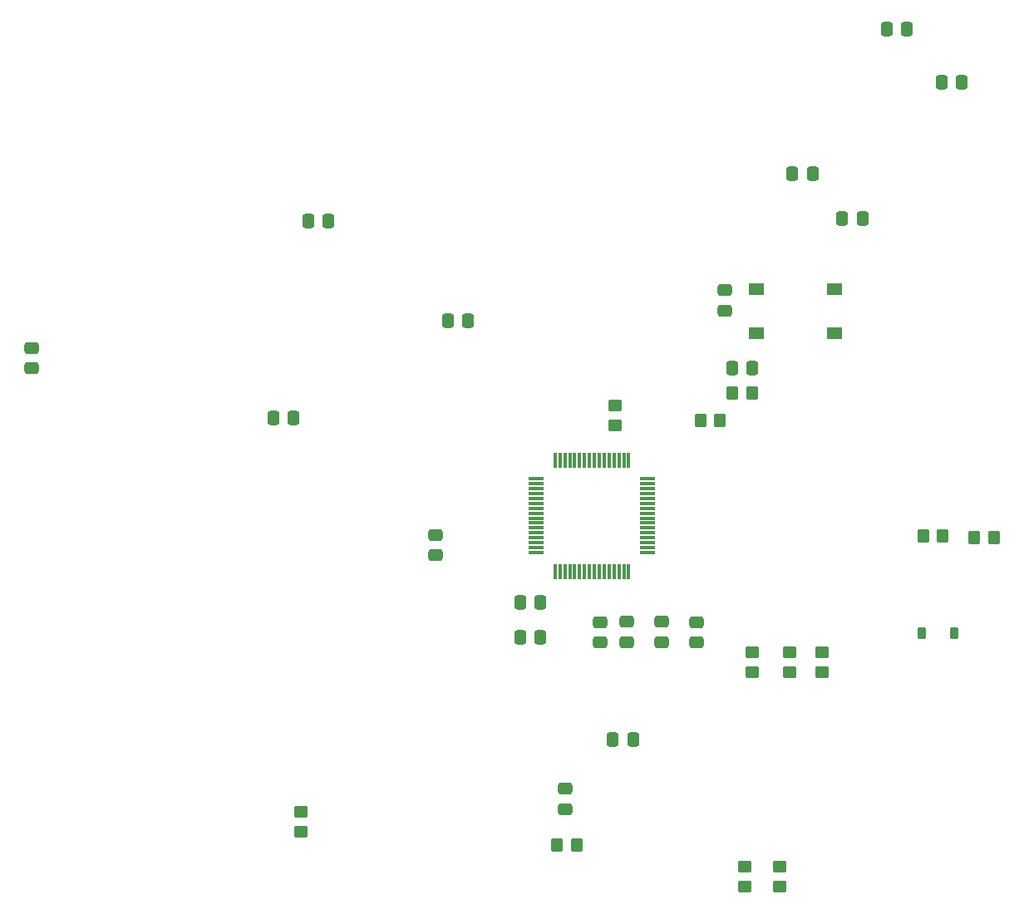
<source format=gbr>
%TF.GenerationSoftware,KiCad,Pcbnew,8.0.8*%
%TF.CreationDate,2025-03-31T18:54:26-05:00*%
%TF.ProjectId,Senior_Design_PCB_ethanl7_nrkim2,53656e69-6f72-45f4-9465-7369676e5f50,rev?*%
%TF.SameCoordinates,Original*%
%TF.FileFunction,Paste,Top*%
%TF.FilePolarity,Positive*%
%FSLAX46Y46*%
G04 Gerber Fmt 4.6, Leading zero omitted, Abs format (unit mm)*
G04 Created by KiCad (PCBNEW 8.0.8) date 2025-03-31 18:54:26*
%MOMM*%
%LPD*%
G01*
G04 APERTURE LIST*
G04 Aperture macros list*
%AMRoundRect*
0 Rectangle with rounded corners*
0 $1 Rounding radius*
0 $2 $3 $4 $5 $6 $7 $8 $9 X,Y pos of 4 corners*
0 Add a 4 corners polygon primitive as box body*
4,1,4,$2,$3,$4,$5,$6,$7,$8,$9,$2,$3,0*
0 Add four circle primitives for the rounded corners*
1,1,$1+$1,$2,$3*
1,1,$1+$1,$4,$5*
1,1,$1+$1,$6,$7*
1,1,$1+$1,$8,$9*
0 Add four rect primitives between the rounded corners*
20,1,$1+$1,$2,$3,$4,$5,0*
20,1,$1+$1,$4,$5,$6,$7,0*
20,1,$1+$1,$6,$7,$8,$9,0*
20,1,$1+$1,$8,$9,$2,$3,0*%
G04 Aperture macros list end*
%ADD10RoundRect,0.250000X0.337500X0.475000X-0.337500X0.475000X-0.337500X-0.475000X0.337500X-0.475000X0*%
%ADD11RoundRect,0.250000X-0.450000X0.350000X-0.450000X-0.350000X0.450000X-0.350000X0.450000X0.350000X0*%
%ADD12RoundRect,0.225000X0.225000X0.375000X-0.225000X0.375000X-0.225000X-0.375000X0.225000X-0.375000X0*%
%ADD13RoundRect,0.250000X-0.337500X-0.475000X0.337500X-0.475000X0.337500X0.475000X-0.337500X0.475000X0*%
%ADD14RoundRect,0.250000X-0.475000X0.337500X-0.475000X-0.337500X0.475000X-0.337500X0.475000X0.337500X0*%
%ADD15RoundRect,0.250000X0.350000X0.450000X-0.350000X0.450000X-0.350000X-0.450000X0.350000X-0.450000X0*%
%ADD16RoundRect,0.250000X-0.350000X-0.450000X0.350000X-0.450000X0.350000X0.450000X-0.350000X0.450000X0*%
%ADD17R,1.550000X1.300000*%
%ADD18RoundRect,0.075000X-0.075000X0.700000X-0.075000X-0.700000X0.075000X-0.700000X0.075000X0.700000X0*%
%ADD19RoundRect,0.075000X-0.700000X0.075000X-0.700000X-0.075000X0.700000X-0.075000X0.700000X0.075000X0*%
%ADD20RoundRect,0.250000X0.475000X-0.337500X0.475000X0.337500X-0.475000X0.337500X-0.475000X-0.337500X0*%
G04 APERTURE END LIST*
D10*
%TO.C,C19*%
X166396361Y-125210469D03*
X164321361Y-125210469D03*
%TD*%
D11*
%TO.C,R12*%
X181339361Y-138180469D03*
X181339361Y-140180469D03*
%TD*%
%TO.C,R11*%
X177783361Y-138180469D03*
X177783361Y-140180469D03*
%TD*%
D12*
%TO.C,D4*%
X199119361Y-114415469D03*
X195819361Y-114415469D03*
%TD*%
D11*
%TO.C,R1*%
X164575361Y-91190469D03*
X164575361Y-93190469D03*
%TD*%
%TO.C,R8*%
X182355361Y-116352469D03*
X182355361Y-118352469D03*
%TD*%
D13*
%TO.C,C16*%
X129734361Y-92444469D03*
X131809361Y-92444469D03*
%TD*%
%TO.C,C13*%
X147535861Y-82538469D03*
X149610861Y-82538469D03*
%TD*%
D11*
%TO.C,R3*%
X132571361Y-132576469D03*
X132571361Y-134576469D03*
%TD*%
D14*
%TO.C,C14*%
X175751361Y-79447469D03*
X175751361Y-81522469D03*
%TD*%
%TO.C,C7*%
X172830361Y-113272469D03*
X172830361Y-115347469D03*
%TD*%
D10*
%TO.C,C10*%
X156955361Y-114796469D03*
X154880361Y-114796469D03*
%TD*%
D14*
%TO.C,C17*%
X105117861Y-85310969D03*
X105117861Y-87385969D03*
%TD*%
D13*
%TO.C,C2*%
X192239861Y-52820469D03*
X194314861Y-52820469D03*
%TD*%
D14*
%TO.C,C6*%
X159495361Y-130247469D03*
X159495361Y-132322469D03*
%TD*%
D15*
%TO.C,R5*%
X178502361Y-89904469D03*
X176502361Y-89904469D03*
%TD*%
D13*
%TO.C,C4*%
X187689361Y-72124469D03*
X189764361Y-72124469D03*
%TD*%
D11*
%TO.C,R9*%
X178545361Y-116352469D03*
X178545361Y-118352469D03*
%TD*%
D10*
%TO.C,C18*%
X135386861Y-72378469D03*
X133311861Y-72378469D03*
%TD*%
D16*
%TO.C,R6*%
X201167361Y-104636469D03*
X203167361Y-104636469D03*
%TD*%
D17*
%TO.C,SW1*%
X186927361Y-83808469D03*
X178977361Y-83808469D03*
X186927361Y-79308469D03*
X178977361Y-79308469D03*
%TD*%
D16*
%TO.C,R4*%
X158638361Y-136005469D03*
X160638361Y-136005469D03*
%TD*%
D10*
%TO.C,C11*%
X156955361Y-111240469D03*
X154880361Y-111240469D03*
%TD*%
D18*
%TO.C,U6*%
X165952361Y-96735469D03*
X165452361Y-96735469D03*
X164952361Y-96735469D03*
X164452361Y-96735469D03*
X163952361Y-96735469D03*
X163452361Y-96735469D03*
X162952361Y-96735469D03*
X162452361Y-96735469D03*
X161952361Y-96735469D03*
X161452361Y-96735469D03*
X160952361Y-96735469D03*
X160452361Y-96735469D03*
X159952361Y-96735469D03*
X159452361Y-96735469D03*
X158952361Y-96735469D03*
X158452361Y-96735469D03*
D19*
X156527361Y-98660469D03*
X156527361Y-99160469D03*
X156527361Y-99660469D03*
X156527361Y-100160469D03*
X156527361Y-100660469D03*
X156527361Y-101160469D03*
X156527361Y-101660469D03*
X156527361Y-102160469D03*
X156527361Y-102660469D03*
X156527361Y-103160469D03*
X156527361Y-103660469D03*
X156527361Y-104160469D03*
X156527361Y-104660469D03*
X156527361Y-105160469D03*
X156527361Y-105660469D03*
X156527361Y-106160469D03*
D18*
X158452361Y-108085469D03*
X158952361Y-108085469D03*
X159452361Y-108085469D03*
X159952361Y-108085469D03*
X160452361Y-108085469D03*
X160952361Y-108085469D03*
X161452361Y-108085469D03*
X161952361Y-108085469D03*
X162452361Y-108085469D03*
X162952361Y-108085469D03*
X163452361Y-108085469D03*
X163952361Y-108085469D03*
X164452361Y-108085469D03*
X164952361Y-108085469D03*
X165452361Y-108085469D03*
X165952361Y-108085469D03*
D19*
X167877361Y-106160469D03*
X167877361Y-105660469D03*
X167877361Y-105160469D03*
X167877361Y-104660469D03*
X167877361Y-104160469D03*
X167877361Y-103660469D03*
X167877361Y-103160469D03*
X167877361Y-102660469D03*
X167877361Y-102160469D03*
X167877361Y-101660469D03*
X167877361Y-101160469D03*
X167877361Y-100660469D03*
X167877361Y-100160469D03*
X167877361Y-99660469D03*
X167877361Y-99160469D03*
X167877361Y-98660469D03*
%TD*%
D14*
%TO.C,C9*%
X165718361Y-113229469D03*
X165718361Y-115304469D03*
%TD*%
D20*
%TO.C,C15*%
X146287361Y-106435969D03*
X146287361Y-104360969D03*
%TD*%
D11*
%TO.C,R10*%
X185657361Y-116352469D03*
X185657361Y-118352469D03*
%TD*%
D13*
%TO.C,C3*%
X182609361Y-67552469D03*
X184684361Y-67552469D03*
%TD*%
D16*
%TO.C,R2*%
X173243361Y-92698469D03*
X175243361Y-92698469D03*
%TD*%
D10*
%TO.C,C1*%
X199881361Y-58257969D03*
X197806361Y-58257969D03*
%TD*%
D14*
%TO.C,C8*%
X169274361Y-113229469D03*
X169274361Y-115304469D03*
%TD*%
%TO.C,C5*%
X163051361Y-113250969D03*
X163051361Y-115325969D03*
%TD*%
D16*
%TO.C,R7*%
X195960361Y-104509469D03*
X197960361Y-104509469D03*
%TD*%
D13*
%TO.C,C12*%
X176470361Y-87364469D03*
X178545361Y-87364469D03*
%TD*%
M02*

</source>
